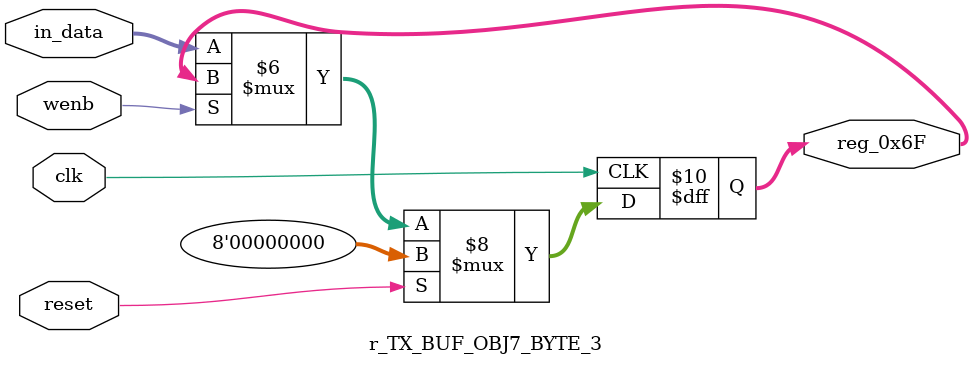
<source format=v>
module r_TX_BUF_OBJ7_BYTE_3(output reg [7:0] reg_0x6F, input wire reset, input wire wenb, input wire [7:0] in_data, input wire clk);
	always@(posedge clk)
	begin
		if(reset==0) begin
			if(wenb==0)
				reg_0x6F<=in_data;
			else
				reg_0x6F<=reg_0x6F;
		end
		else
			reg_0x6F<=8'h00;
	end
endmodule
</source>
